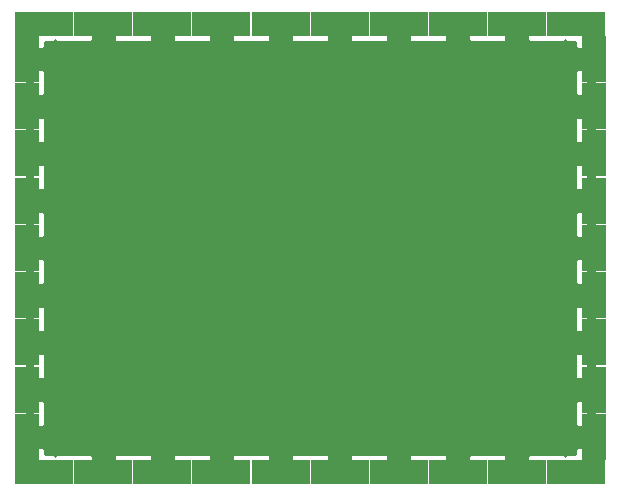
<source format=gbr>
G04 #@! TF.FileFunction,Copper,L2,Bot,Signal*
%FSLAX46Y46*%
G04 Gerber Fmt 4.6, Leading zero omitted, Abs format (unit mm)*
G04 Created by KiCad (PCBNEW 4.0.6) date Wed Sep  6 22:14:05 2017*
%MOMM*%
%LPD*%
G01*
G04 APERTURE LIST*
%ADD10C,0.100000*%
%ADD11R,2.000000X4.000000*%
%ADD12R,5.000000X2.000000*%
%ADD13C,0.600000*%
%ADD14C,0.254000*%
G04 APERTURE END LIST*
D10*
D11*
X161160000Y-86235000D03*
X161160000Y-90235000D03*
X161160000Y-94235000D03*
X161160000Y-98235000D03*
X161160000Y-102235000D03*
X161160000Y-106235000D03*
X161160000Y-110235000D03*
X161160000Y-114235000D03*
X161160000Y-118235000D03*
X113160000Y-118235000D03*
X113160000Y-114235000D03*
X113160000Y-110235000D03*
X113160000Y-106235000D03*
X113160000Y-102235000D03*
X113160000Y-98235000D03*
X113160000Y-94235000D03*
X113160000Y-90235000D03*
D12*
X114660000Y-121235000D03*
X119660000Y-121235000D03*
X124660000Y-121235000D03*
X129660000Y-121235000D03*
X134660000Y-121235000D03*
X139660000Y-121235000D03*
X144660000Y-121235000D03*
X149660000Y-121235000D03*
X154660000Y-121235000D03*
X159660000Y-121235000D03*
X159660000Y-83235000D03*
X154660000Y-83235000D03*
X149660000Y-83235000D03*
X144660000Y-83235000D03*
X139660000Y-83235000D03*
X134660000Y-83235000D03*
X129660000Y-83235000D03*
X124660000Y-83235000D03*
X119660000Y-83235000D03*
X114660000Y-83235000D03*
D11*
X113160000Y-86235000D03*
D13*
X118110000Y-90170000D03*
X119380000Y-116205000D03*
X142875000Y-102870000D03*
X139700000Y-102870000D03*
X150495000Y-100965000D03*
D14*
G36*
X120553000Y-83735000D02*
X120533000Y-83735000D01*
X120533000Y-84630250D01*
X120664750Y-84762000D01*
X123655250Y-84762000D01*
X123787000Y-84630250D01*
X123787000Y-83735000D01*
X123767000Y-83735000D01*
X123767000Y-83312000D01*
X125553000Y-83312000D01*
X125553000Y-83735000D01*
X125533000Y-83735000D01*
X125533000Y-84630250D01*
X125664750Y-84762000D01*
X128655250Y-84762000D01*
X128787000Y-84630250D01*
X128787000Y-83735000D01*
X128767000Y-83735000D01*
X128767000Y-83312000D01*
X130553000Y-83312000D01*
X130553000Y-83735000D01*
X130533000Y-83735000D01*
X130533000Y-84630250D01*
X130664750Y-84762000D01*
X133655250Y-84762000D01*
X133787000Y-84630250D01*
X133787000Y-83735000D01*
X133767000Y-83735000D01*
X133767000Y-83312000D01*
X135553000Y-83312000D01*
X135553000Y-83735000D01*
X135533000Y-83735000D01*
X135533000Y-84630250D01*
X135664750Y-84762000D01*
X138655250Y-84762000D01*
X138787000Y-84630250D01*
X138787000Y-83735000D01*
X138767000Y-83735000D01*
X138767000Y-83312000D01*
X140553000Y-83312000D01*
X140553000Y-83735000D01*
X140533000Y-83735000D01*
X140533000Y-84630250D01*
X140664750Y-84762000D01*
X143655250Y-84762000D01*
X143787000Y-84630250D01*
X143787000Y-83735000D01*
X143767000Y-83735000D01*
X143767000Y-83312000D01*
X145553000Y-83312000D01*
X145553000Y-83735000D01*
X145533000Y-83735000D01*
X145533000Y-84630250D01*
X145664750Y-84762000D01*
X148655250Y-84762000D01*
X148787000Y-84630250D01*
X148787000Y-83735000D01*
X148767000Y-83735000D01*
X148767000Y-83312000D01*
X150553000Y-83312000D01*
X150553000Y-83735000D01*
X150533000Y-83735000D01*
X150533000Y-84630250D01*
X150664750Y-84762000D01*
X153655250Y-84762000D01*
X153787000Y-84630250D01*
X153787000Y-83735000D01*
X153767000Y-83735000D01*
X153767000Y-83312000D01*
X155553000Y-83312000D01*
X155553000Y-83735000D01*
X155533000Y-83735000D01*
X155533000Y-84630250D01*
X155664750Y-84762000D01*
X158655250Y-84762000D01*
X158786998Y-84630252D01*
X158786998Y-84762000D01*
X159633000Y-84762000D01*
X159633000Y-85230250D01*
X159764750Y-85362000D01*
X160660000Y-85362000D01*
X160660000Y-84757250D01*
X160664750Y-84762000D01*
X161163000Y-84762000D01*
X161163000Y-119708000D01*
X160664750Y-119708000D01*
X160660000Y-119712750D01*
X160660000Y-119108000D01*
X159764750Y-119108000D01*
X159633000Y-119239750D01*
X159633000Y-119708000D01*
X158786998Y-119708000D01*
X158786998Y-119839748D01*
X158655250Y-119708000D01*
X155664750Y-119708000D01*
X155533000Y-119839750D01*
X155533000Y-120735000D01*
X155553000Y-120735000D01*
X155553000Y-121158000D01*
X153767000Y-121158000D01*
X153767000Y-120735000D01*
X153787000Y-120735000D01*
X153787000Y-119839750D01*
X153655250Y-119708000D01*
X150664750Y-119708000D01*
X150533000Y-119839750D01*
X150533000Y-120735000D01*
X150553000Y-120735000D01*
X150553000Y-121158000D01*
X148767000Y-121158000D01*
X148767000Y-120735000D01*
X148787000Y-120735000D01*
X148787000Y-119839750D01*
X148655250Y-119708000D01*
X145664750Y-119708000D01*
X145533000Y-119839750D01*
X145533000Y-120735000D01*
X145553000Y-120735000D01*
X145553000Y-121158000D01*
X143767000Y-121158000D01*
X143767000Y-120735000D01*
X143787000Y-120735000D01*
X143787000Y-119839750D01*
X143655250Y-119708000D01*
X140664750Y-119708000D01*
X140533000Y-119839750D01*
X140533000Y-120735000D01*
X140553000Y-120735000D01*
X140553000Y-121158000D01*
X138767000Y-121158000D01*
X138767000Y-120735000D01*
X138787000Y-120735000D01*
X138787000Y-119839750D01*
X138655250Y-119708000D01*
X135664750Y-119708000D01*
X135533000Y-119839750D01*
X135533000Y-120735000D01*
X135553000Y-120735000D01*
X135553000Y-121158000D01*
X133767000Y-121158000D01*
X133767000Y-120735000D01*
X133787000Y-120735000D01*
X133787000Y-119839750D01*
X133655250Y-119708000D01*
X130664750Y-119708000D01*
X130533000Y-119839750D01*
X130533000Y-120735000D01*
X130553000Y-120735000D01*
X130553000Y-121158000D01*
X128767000Y-121158000D01*
X128767000Y-120735000D01*
X128787000Y-120735000D01*
X128787000Y-119839750D01*
X128655250Y-119708000D01*
X125664750Y-119708000D01*
X125533000Y-119839750D01*
X125533000Y-120735000D01*
X125553000Y-120735000D01*
X125553000Y-121158000D01*
X123767000Y-121158000D01*
X123767000Y-120735000D01*
X123787000Y-120735000D01*
X123787000Y-119839750D01*
X123655250Y-119708000D01*
X120664750Y-119708000D01*
X120533000Y-119839750D01*
X120533000Y-120735000D01*
X120553000Y-120735000D01*
X120553000Y-121158000D01*
X118767000Y-121158000D01*
X118767000Y-120735000D01*
X118787000Y-120735000D01*
X118787000Y-119839750D01*
X118655250Y-119708000D01*
X115664750Y-119708000D01*
X115533002Y-119839748D01*
X115533002Y-119708000D01*
X114687000Y-119708000D01*
X114687000Y-119239750D01*
X114555250Y-119108000D01*
X113660000Y-119108000D01*
X113660000Y-119712750D01*
X113655250Y-119708000D01*
X113157000Y-119708000D01*
X113157000Y-115108000D01*
X113660000Y-115108000D01*
X113660000Y-117362000D01*
X114555250Y-117362000D01*
X114687000Y-117230250D01*
X114687000Y-115239750D01*
X159633000Y-115239750D01*
X159633000Y-117230250D01*
X159764750Y-117362000D01*
X160660000Y-117362000D01*
X160660000Y-115108000D01*
X159764750Y-115108000D01*
X159633000Y-115239750D01*
X114687000Y-115239750D01*
X114555250Y-115108000D01*
X113660000Y-115108000D01*
X113157000Y-115108000D01*
X113157000Y-111108000D01*
X113660000Y-111108000D01*
X113660000Y-113362000D01*
X114555250Y-113362000D01*
X114687000Y-113230250D01*
X114687000Y-111239750D01*
X159633000Y-111239750D01*
X159633000Y-113230250D01*
X159764750Y-113362000D01*
X160660000Y-113362000D01*
X160660000Y-111108000D01*
X159764750Y-111108000D01*
X159633000Y-111239750D01*
X114687000Y-111239750D01*
X114555250Y-111108000D01*
X113660000Y-111108000D01*
X113157000Y-111108000D01*
X113157000Y-107108000D01*
X113660000Y-107108000D01*
X113660000Y-109362000D01*
X114555250Y-109362000D01*
X114687000Y-109230250D01*
X114687000Y-107239750D01*
X159633000Y-107239750D01*
X159633000Y-109230250D01*
X159764750Y-109362000D01*
X160660000Y-109362000D01*
X160660000Y-107108000D01*
X159764750Y-107108000D01*
X159633000Y-107239750D01*
X114687000Y-107239750D01*
X114555250Y-107108000D01*
X113660000Y-107108000D01*
X113157000Y-107108000D01*
X113157000Y-103108000D01*
X113660000Y-103108000D01*
X113660000Y-105362000D01*
X114555250Y-105362000D01*
X114687000Y-105230250D01*
X114687000Y-103239750D01*
X159633000Y-103239750D01*
X159633000Y-105230250D01*
X159764750Y-105362000D01*
X160660000Y-105362000D01*
X160660000Y-103108000D01*
X159764750Y-103108000D01*
X159633000Y-103239750D01*
X114687000Y-103239750D01*
X114555250Y-103108000D01*
X113660000Y-103108000D01*
X113157000Y-103108000D01*
X113157000Y-99108000D01*
X113660000Y-99108000D01*
X113660000Y-101362000D01*
X114555250Y-101362000D01*
X114687000Y-101230250D01*
X114687000Y-99239750D01*
X159633000Y-99239750D01*
X159633000Y-101230250D01*
X159764750Y-101362000D01*
X160660000Y-101362000D01*
X160660000Y-99108000D01*
X159764750Y-99108000D01*
X159633000Y-99239750D01*
X114687000Y-99239750D01*
X114555250Y-99108000D01*
X113660000Y-99108000D01*
X113157000Y-99108000D01*
X113157000Y-95108000D01*
X113660000Y-95108000D01*
X113660000Y-97362000D01*
X114555250Y-97362000D01*
X114687000Y-97230250D01*
X114687000Y-95239750D01*
X159633000Y-95239750D01*
X159633000Y-97230250D01*
X159764750Y-97362000D01*
X160660000Y-97362000D01*
X160660000Y-95108000D01*
X159764750Y-95108000D01*
X159633000Y-95239750D01*
X114687000Y-95239750D01*
X114555250Y-95108000D01*
X113660000Y-95108000D01*
X113157000Y-95108000D01*
X113157000Y-91108000D01*
X113660000Y-91108000D01*
X113660000Y-93362000D01*
X114555250Y-93362000D01*
X114687000Y-93230250D01*
X114687000Y-91239750D01*
X159633000Y-91239750D01*
X159633000Y-93230250D01*
X159764750Y-93362000D01*
X160660000Y-93362000D01*
X160660000Y-91108000D01*
X159764750Y-91108000D01*
X159633000Y-91239750D01*
X114687000Y-91239750D01*
X114555250Y-91108000D01*
X113660000Y-91108000D01*
X113157000Y-91108000D01*
X113157000Y-87108000D01*
X113660000Y-87108000D01*
X113660000Y-89362000D01*
X114555250Y-89362000D01*
X114687000Y-89230250D01*
X114687000Y-87239750D01*
X159633000Y-87239750D01*
X159633000Y-89230250D01*
X159764750Y-89362000D01*
X160660000Y-89362000D01*
X160660000Y-87108000D01*
X159764750Y-87108000D01*
X159633000Y-87239750D01*
X114687000Y-87239750D01*
X114555250Y-87108000D01*
X113660000Y-87108000D01*
X113157000Y-87108000D01*
X113157000Y-84762000D01*
X113655250Y-84762000D01*
X113660000Y-84757250D01*
X113660000Y-85362000D01*
X114555250Y-85362000D01*
X114687000Y-85230250D01*
X114687000Y-84762000D01*
X115533002Y-84762000D01*
X115533002Y-84630252D01*
X115664750Y-84762000D01*
X118655250Y-84762000D01*
X118787000Y-84630250D01*
X118787000Y-83735000D01*
X118767000Y-83735000D01*
X118767000Y-83312000D01*
X120553000Y-83312000D01*
X120553000Y-83735000D01*
X120553000Y-83735000D01*
G37*
X120553000Y-83735000D02*
X120533000Y-83735000D01*
X120533000Y-84630250D01*
X120664750Y-84762000D01*
X123655250Y-84762000D01*
X123787000Y-84630250D01*
X123787000Y-83735000D01*
X123767000Y-83735000D01*
X123767000Y-83312000D01*
X125553000Y-83312000D01*
X125553000Y-83735000D01*
X125533000Y-83735000D01*
X125533000Y-84630250D01*
X125664750Y-84762000D01*
X128655250Y-84762000D01*
X128787000Y-84630250D01*
X128787000Y-83735000D01*
X128767000Y-83735000D01*
X128767000Y-83312000D01*
X130553000Y-83312000D01*
X130553000Y-83735000D01*
X130533000Y-83735000D01*
X130533000Y-84630250D01*
X130664750Y-84762000D01*
X133655250Y-84762000D01*
X133787000Y-84630250D01*
X133787000Y-83735000D01*
X133767000Y-83735000D01*
X133767000Y-83312000D01*
X135553000Y-83312000D01*
X135553000Y-83735000D01*
X135533000Y-83735000D01*
X135533000Y-84630250D01*
X135664750Y-84762000D01*
X138655250Y-84762000D01*
X138787000Y-84630250D01*
X138787000Y-83735000D01*
X138767000Y-83735000D01*
X138767000Y-83312000D01*
X140553000Y-83312000D01*
X140553000Y-83735000D01*
X140533000Y-83735000D01*
X140533000Y-84630250D01*
X140664750Y-84762000D01*
X143655250Y-84762000D01*
X143787000Y-84630250D01*
X143787000Y-83735000D01*
X143767000Y-83735000D01*
X143767000Y-83312000D01*
X145553000Y-83312000D01*
X145553000Y-83735000D01*
X145533000Y-83735000D01*
X145533000Y-84630250D01*
X145664750Y-84762000D01*
X148655250Y-84762000D01*
X148787000Y-84630250D01*
X148787000Y-83735000D01*
X148767000Y-83735000D01*
X148767000Y-83312000D01*
X150553000Y-83312000D01*
X150553000Y-83735000D01*
X150533000Y-83735000D01*
X150533000Y-84630250D01*
X150664750Y-84762000D01*
X153655250Y-84762000D01*
X153787000Y-84630250D01*
X153787000Y-83735000D01*
X153767000Y-83735000D01*
X153767000Y-83312000D01*
X155553000Y-83312000D01*
X155553000Y-83735000D01*
X155533000Y-83735000D01*
X155533000Y-84630250D01*
X155664750Y-84762000D01*
X158655250Y-84762000D01*
X158786998Y-84630252D01*
X158786998Y-84762000D01*
X159633000Y-84762000D01*
X159633000Y-85230250D01*
X159764750Y-85362000D01*
X160660000Y-85362000D01*
X160660000Y-84757250D01*
X160664750Y-84762000D01*
X161163000Y-84762000D01*
X161163000Y-119708000D01*
X160664750Y-119708000D01*
X160660000Y-119712750D01*
X160660000Y-119108000D01*
X159764750Y-119108000D01*
X159633000Y-119239750D01*
X159633000Y-119708000D01*
X158786998Y-119708000D01*
X158786998Y-119839748D01*
X158655250Y-119708000D01*
X155664750Y-119708000D01*
X155533000Y-119839750D01*
X155533000Y-120735000D01*
X155553000Y-120735000D01*
X155553000Y-121158000D01*
X153767000Y-121158000D01*
X153767000Y-120735000D01*
X153787000Y-120735000D01*
X153787000Y-119839750D01*
X153655250Y-119708000D01*
X150664750Y-119708000D01*
X150533000Y-119839750D01*
X150533000Y-120735000D01*
X150553000Y-120735000D01*
X150553000Y-121158000D01*
X148767000Y-121158000D01*
X148767000Y-120735000D01*
X148787000Y-120735000D01*
X148787000Y-119839750D01*
X148655250Y-119708000D01*
X145664750Y-119708000D01*
X145533000Y-119839750D01*
X145533000Y-120735000D01*
X145553000Y-120735000D01*
X145553000Y-121158000D01*
X143767000Y-121158000D01*
X143767000Y-120735000D01*
X143787000Y-120735000D01*
X143787000Y-119839750D01*
X143655250Y-119708000D01*
X140664750Y-119708000D01*
X140533000Y-119839750D01*
X140533000Y-120735000D01*
X140553000Y-120735000D01*
X140553000Y-121158000D01*
X138767000Y-121158000D01*
X138767000Y-120735000D01*
X138787000Y-120735000D01*
X138787000Y-119839750D01*
X138655250Y-119708000D01*
X135664750Y-119708000D01*
X135533000Y-119839750D01*
X135533000Y-120735000D01*
X135553000Y-120735000D01*
X135553000Y-121158000D01*
X133767000Y-121158000D01*
X133767000Y-120735000D01*
X133787000Y-120735000D01*
X133787000Y-119839750D01*
X133655250Y-119708000D01*
X130664750Y-119708000D01*
X130533000Y-119839750D01*
X130533000Y-120735000D01*
X130553000Y-120735000D01*
X130553000Y-121158000D01*
X128767000Y-121158000D01*
X128767000Y-120735000D01*
X128787000Y-120735000D01*
X128787000Y-119839750D01*
X128655250Y-119708000D01*
X125664750Y-119708000D01*
X125533000Y-119839750D01*
X125533000Y-120735000D01*
X125553000Y-120735000D01*
X125553000Y-121158000D01*
X123767000Y-121158000D01*
X123767000Y-120735000D01*
X123787000Y-120735000D01*
X123787000Y-119839750D01*
X123655250Y-119708000D01*
X120664750Y-119708000D01*
X120533000Y-119839750D01*
X120533000Y-120735000D01*
X120553000Y-120735000D01*
X120553000Y-121158000D01*
X118767000Y-121158000D01*
X118767000Y-120735000D01*
X118787000Y-120735000D01*
X118787000Y-119839750D01*
X118655250Y-119708000D01*
X115664750Y-119708000D01*
X115533002Y-119839748D01*
X115533002Y-119708000D01*
X114687000Y-119708000D01*
X114687000Y-119239750D01*
X114555250Y-119108000D01*
X113660000Y-119108000D01*
X113660000Y-119712750D01*
X113655250Y-119708000D01*
X113157000Y-119708000D01*
X113157000Y-115108000D01*
X113660000Y-115108000D01*
X113660000Y-117362000D01*
X114555250Y-117362000D01*
X114687000Y-117230250D01*
X114687000Y-115239750D01*
X159633000Y-115239750D01*
X159633000Y-117230250D01*
X159764750Y-117362000D01*
X160660000Y-117362000D01*
X160660000Y-115108000D01*
X159764750Y-115108000D01*
X159633000Y-115239750D01*
X114687000Y-115239750D01*
X114555250Y-115108000D01*
X113660000Y-115108000D01*
X113157000Y-115108000D01*
X113157000Y-111108000D01*
X113660000Y-111108000D01*
X113660000Y-113362000D01*
X114555250Y-113362000D01*
X114687000Y-113230250D01*
X114687000Y-111239750D01*
X159633000Y-111239750D01*
X159633000Y-113230250D01*
X159764750Y-113362000D01*
X160660000Y-113362000D01*
X160660000Y-111108000D01*
X159764750Y-111108000D01*
X159633000Y-111239750D01*
X114687000Y-111239750D01*
X114555250Y-111108000D01*
X113660000Y-111108000D01*
X113157000Y-111108000D01*
X113157000Y-107108000D01*
X113660000Y-107108000D01*
X113660000Y-109362000D01*
X114555250Y-109362000D01*
X114687000Y-109230250D01*
X114687000Y-107239750D01*
X159633000Y-107239750D01*
X159633000Y-109230250D01*
X159764750Y-109362000D01*
X160660000Y-109362000D01*
X160660000Y-107108000D01*
X159764750Y-107108000D01*
X159633000Y-107239750D01*
X114687000Y-107239750D01*
X114555250Y-107108000D01*
X113660000Y-107108000D01*
X113157000Y-107108000D01*
X113157000Y-103108000D01*
X113660000Y-103108000D01*
X113660000Y-105362000D01*
X114555250Y-105362000D01*
X114687000Y-105230250D01*
X114687000Y-103239750D01*
X159633000Y-103239750D01*
X159633000Y-105230250D01*
X159764750Y-105362000D01*
X160660000Y-105362000D01*
X160660000Y-103108000D01*
X159764750Y-103108000D01*
X159633000Y-103239750D01*
X114687000Y-103239750D01*
X114555250Y-103108000D01*
X113660000Y-103108000D01*
X113157000Y-103108000D01*
X113157000Y-99108000D01*
X113660000Y-99108000D01*
X113660000Y-101362000D01*
X114555250Y-101362000D01*
X114687000Y-101230250D01*
X114687000Y-99239750D01*
X159633000Y-99239750D01*
X159633000Y-101230250D01*
X159764750Y-101362000D01*
X160660000Y-101362000D01*
X160660000Y-99108000D01*
X159764750Y-99108000D01*
X159633000Y-99239750D01*
X114687000Y-99239750D01*
X114555250Y-99108000D01*
X113660000Y-99108000D01*
X113157000Y-99108000D01*
X113157000Y-95108000D01*
X113660000Y-95108000D01*
X113660000Y-97362000D01*
X114555250Y-97362000D01*
X114687000Y-97230250D01*
X114687000Y-95239750D01*
X159633000Y-95239750D01*
X159633000Y-97230250D01*
X159764750Y-97362000D01*
X160660000Y-97362000D01*
X160660000Y-95108000D01*
X159764750Y-95108000D01*
X159633000Y-95239750D01*
X114687000Y-95239750D01*
X114555250Y-95108000D01*
X113660000Y-95108000D01*
X113157000Y-95108000D01*
X113157000Y-91108000D01*
X113660000Y-91108000D01*
X113660000Y-93362000D01*
X114555250Y-93362000D01*
X114687000Y-93230250D01*
X114687000Y-91239750D01*
X159633000Y-91239750D01*
X159633000Y-93230250D01*
X159764750Y-93362000D01*
X160660000Y-93362000D01*
X160660000Y-91108000D01*
X159764750Y-91108000D01*
X159633000Y-91239750D01*
X114687000Y-91239750D01*
X114555250Y-91108000D01*
X113660000Y-91108000D01*
X113157000Y-91108000D01*
X113157000Y-87108000D01*
X113660000Y-87108000D01*
X113660000Y-89362000D01*
X114555250Y-89362000D01*
X114687000Y-89230250D01*
X114687000Y-87239750D01*
X159633000Y-87239750D01*
X159633000Y-89230250D01*
X159764750Y-89362000D01*
X160660000Y-89362000D01*
X160660000Y-87108000D01*
X159764750Y-87108000D01*
X159633000Y-87239750D01*
X114687000Y-87239750D01*
X114555250Y-87108000D01*
X113660000Y-87108000D01*
X113157000Y-87108000D01*
X113157000Y-84762000D01*
X113655250Y-84762000D01*
X113660000Y-84757250D01*
X113660000Y-85362000D01*
X114555250Y-85362000D01*
X114687000Y-85230250D01*
X114687000Y-84762000D01*
X115533002Y-84762000D01*
X115533002Y-84630252D01*
X115664750Y-84762000D01*
X118655250Y-84762000D01*
X118787000Y-84630250D01*
X118787000Y-83735000D01*
X118767000Y-83735000D01*
X118767000Y-83312000D01*
X120553000Y-83312000D01*
X120553000Y-83735000D01*
M02*

</source>
